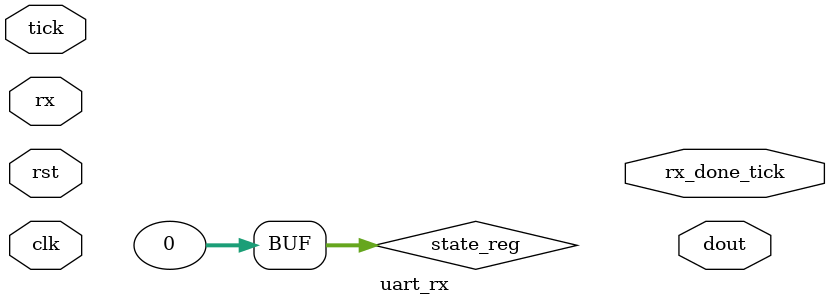
<source format=sv>
module uart_rx
    (
        input logic clk, rst,
        input logic rx,            // serial data
        input logic tick,          // baud rate oversampled tick
        output logic rx_done_tick, // pulse one tick when done
        output logic [7:0] dout    // output data
    );

    typedef enum {idle, start, data, stop} state_t;
    state_t state_reg = idle;
    state_t state_next;

    // TODO: (copy from part 1)
endmodule

</source>
